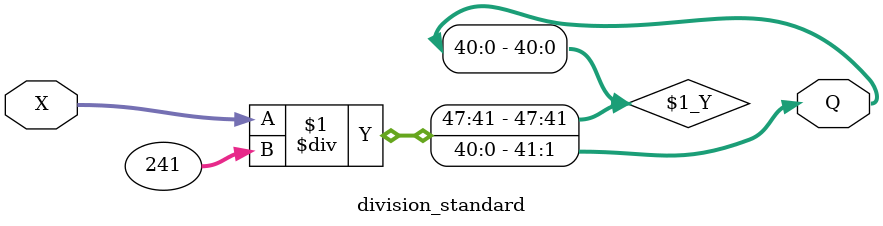
<source format=v>
module division_standard( X, Q);//;, R);

input  [48:1] X;
output [41:1] Q; 
//output [8:1] R;

assign Q = X / 241;

//assign R = X % 241;

endmodule

</source>
